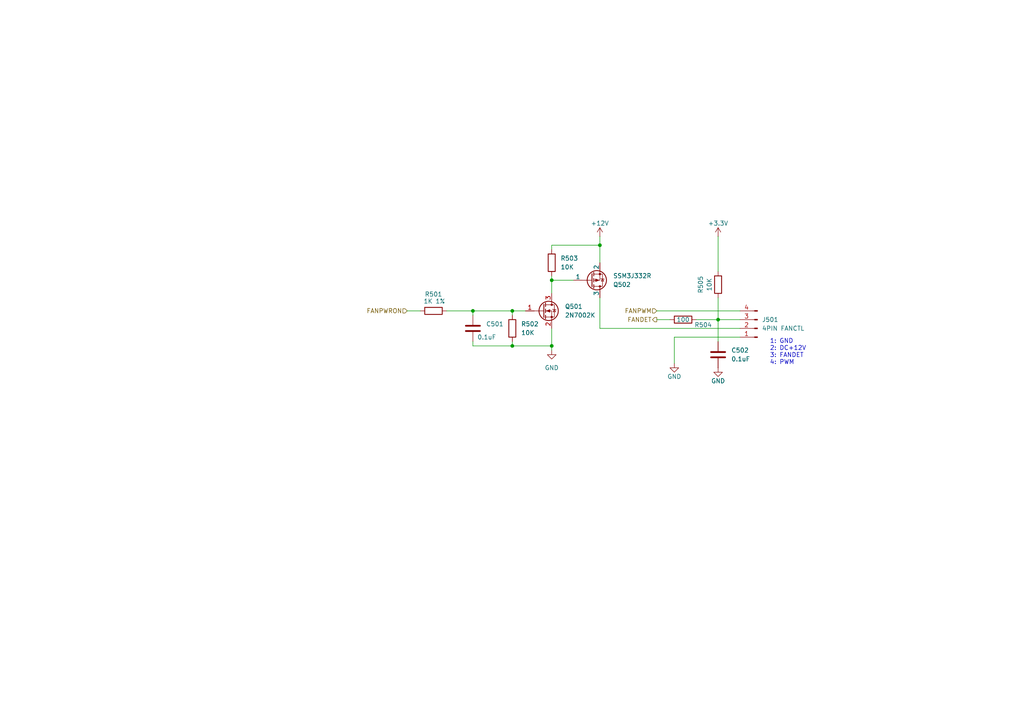
<source format=kicad_sch>
(kicad_sch
	(version 20231120)
	(generator "eeschema")
	(generator_version "8.0")
	(uuid "9444a582-0018-43f7-8eb8-61f4dc00cae3")
	(paper "A4")
	(title_block
		(title "ELECTRIC LOAD & LOGGER V2")
		(date "2024-10-11")
		(rev "Rev.0")
		(company "HNZ")
		(comment 1 "Licensed under CC-BY-SA V4.0")
		(comment 2 "(C) 2024 Hiroshi Nakajima <hnakamiru1103@gmail.com>")
	)
	(lib_symbols
		(symbol "Connector:Conn_01x04_Pin"
			(pin_names
				(offset 1.016) hide)
			(exclude_from_sim no)
			(in_bom yes)
			(on_board yes)
			(property "Reference" "J"
				(at 0 5.08 0)
				(effects
					(font
						(size 1.27 1.27)
					)
				)
			)
			(property "Value" "Conn_01x04_Pin"
				(at 0 -7.62 0)
				(effects
					(font
						(size 1.27 1.27)
					)
				)
			)
			(property "Footprint" ""
				(at 0 0 0)
				(effects
					(font
						(size 1.27 1.27)
					)
					(hide yes)
				)
			)
			(property "Datasheet" "~"
				(at 0 0 0)
				(effects
					(font
						(size 1.27 1.27)
					)
					(hide yes)
				)
			)
			(property "Description" "Generic connector, single row, 01x04, script generated"
				(at 0 0 0)
				(effects
					(font
						(size 1.27 1.27)
					)
					(hide yes)
				)
			)
			(property "ki_locked" ""
				(at 0 0 0)
				(effects
					(font
						(size 1.27 1.27)
					)
				)
			)
			(property "ki_keywords" "connector"
				(at 0 0 0)
				(effects
					(font
						(size 1.27 1.27)
					)
					(hide yes)
				)
			)
			(property "ki_fp_filters" "Connector*:*_1x??_*"
				(at 0 0 0)
				(effects
					(font
						(size 1.27 1.27)
					)
					(hide yes)
				)
			)
			(symbol "Conn_01x04_Pin_1_1"
				(polyline
					(pts
						(xy 1.27 -5.08) (xy 0.8636 -5.08)
					)
					(stroke
						(width 0.1524)
						(type default)
					)
					(fill
						(type none)
					)
				)
				(polyline
					(pts
						(xy 1.27 -2.54) (xy 0.8636 -2.54)
					)
					(stroke
						(width 0.1524)
						(type default)
					)
					(fill
						(type none)
					)
				)
				(polyline
					(pts
						(xy 1.27 0) (xy 0.8636 0)
					)
					(stroke
						(width 0.1524)
						(type default)
					)
					(fill
						(type none)
					)
				)
				(polyline
					(pts
						(xy 1.27 2.54) (xy 0.8636 2.54)
					)
					(stroke
						(width 0.1524)
						(type default)
					)
					(fill
						(type none)
					)
				)
				(rectangle
					(start 0.8636 -4.953)
					(end 0 -5.207)
					(stroke
						(width 0.1524)
						(type default)
					)
					(fill
						(type outline)
					)
				)
				(rectangle
					(start 0.8636 -2.413)
					(end 0 -2.667)
					(stroke
						(width 0.1524)
						(type default)
					)
					(fill
						(type outline)
					)
				)
				(rectangle
					(start 0.8636 0.127)
					(end 0 -0.127)
					(stroke
						(width 0.1524)
						(type default)
					)
					(fill
						(type outline)
					)
				)
				(rectangle
					(start 0.8636 2.667)
					(end 0 2.413)
					(stroke
						(width 0.1524)
						(type default)
					)
					(fill
						(type outline)
					)
				)
				(pin passive line
					(at 5.08 2.54 180)
					(length 3.81)
					(name "Pin_1"
						(effects
							(font
								(size 1.27 1.27)
							)
						)
					)
					(number "1"
						(effects
							(font
								(size 1.27 1.27)
							)
						)
					)
				)
				(pin passive line
					(at 5.08 0 180)
					(length 3.81)
					(name "Pin_2"
						(effects
							(font
								(size 1.27 1.27)
							)
						)
					)
					(number "2"
						(effects
							(font
								(size 1.27 1.27)
							)
						)
					)
				)
				(pin passive line
					(at 5.08 -2.54 180)
					(length 3.81)
					(name "Pin_3"
						(effects
							(font
								(size 1.27 1.27)
							)
						)
					)
					(number "3"
						(effects
							(font
								(size 1.27 1.27)
							)
						)
					)
				)
				(pin passive line
					(at 5.08 -5.08 180)
					(length 3.81)
					(name "Pin_4"
						(effects
							(font
								(size 1.27 1.27)
							)
						)
					)
					(number "4"
						(effects
							(font
								(size 1.27 1.27)
							)
						)
					)
				)
			)
		)
		(symbol "Device:C"
			(pin_numbers hide)
			(pin_names
				(offset 0.254)
			)
			(exclude_from_sim no)
			(in_bom yes)
			(on_board yes)
			(property "Reference" "C"
				(at 0.635 2.54 0)
				(effects
					(font
						(size 1.27 1.27)
					)
					(justify left)
				)
			)
			(property "Value" "C"
				(at 0.635 -2.54 0)
				(effects
					(font
						(size 1.27 1.27)
					)
					(justify left)
				)
			)
			(property "Footprint" ""
				(at 0.9652 -3.81 0)
				(effects
					(font
						(size 1.27 1.27)
					)
					(hide yes)
				)
			)
			(property "Datasheet" "~"
				(at 0 0 0)
				(effects
					(font
						(size 1.27 1.27)
					)
					(hide yes)
				)
			)
			(property "Description" "Unpolarized capacitor"
				(at 0 0 0)
				(effects
					(font
						(size 1.27 1.27)
					)
					(hide yes)
				)
			)
			(property "ki_keywords" "cap capacitor"
				(at 0 0 0)
				(effects
					(font
						(size 1.27 1.27)
					)
					(hide yes)
				)
			)
			(property "ki_fp_filters" "C_*"
				(at 0 0 0)
				(effects
					(font
						(size 1.27 1.27)
					)
					(hide yes)
				)
			)
			(symbol "C_0_1"
				(polyline
					(pts
						(xy -2.032 -0.762) (xy 2.032 -0.762)
					)
					(stroke
						(width 0.508)
						(type default)
					)
					(fill
						(type none)
					)
				)
				(polyline
					(pts
						(xy -2.032 0.762) (xy 2.032 0.762)
					)
					(stroke
						(width 0.508)
						(type default)
					)
					(fill
						(type none)
					)
				)
			)
			(symbol "C_1_1"
				(pin passive line
					(at 0 3.81 270)
					(length 2.794)
					(name "~"
						(effects
							(font
								(size 1.27 1.27)
							)
						)
					)
					(number "1"
						(effects
							(font
								(size 1.27 1.27)
							)
						)
					)
				)
				(pin passive line
					(at 0 -3.81 90)
					(length 2.794)
					(name "~"
						(effects
							(font
								(size 1.27 1.27)
							)
						)
					)
					(number "2"
						(effects
							(font
								(size 1.27 1.27)
							)
						)
					)
				)
			)
		)
		(symbol "Device:R"
			(pin_numbers hide)
			(pin_names
				(offset 0)
			)
			(exclude_from_sim no)
			(in_bom yes)
			(on_board yes)
			(property "Reference" "R"
				(at 2.032 0 90)
				(effects
					(font
						(size 1.27 1.27)
					)
				)
			)
			(property "Value" "R"
				(at 0 0 90)
				(effects
					(font
						(size 1.27 1.27)
					)
				)
			)
			(property "Footprint" ""
				(at -1.778 0 90)
				(effects
					(font
						(size 1.27 1.27)
					)
					(hide yes)
				)
			)
			(property "Datasheet" "~"
				(at 0 0 0)
				(effects
					(font
						(size 1.27 1.27)
					)
					(hide yes)
				)
			)
			(property "Description" "Resistor"
				(at 0 0 0)
				(effects
					(font
						(size 1.27 1.27)
					)
					(hide yes)
				)
			)
			(property "ki_keywords" "R res resistor"
				(at 0 0 0)
				(effects
					(font
						(size 1.27 1.27)
					)
					(hide yes)
				)
			)
			(property "ki_fp_filters" "R_*"
				(at 0 0 0)
				(effects
					(font
						(size 1.27 1.27)
					)
					(hide yes)
				)
			)
			(symbol "R_0_1"
				(rectangle
					(start -1.016 -2.54)
					(end 1.016 2.54)
					(stroke
						(width 0.254)
						(type default)
					)
					(fill
						(type none)
					)
				)
			)
			(symbol "R_1_1"
				(pin passive line
					(at 0 3.81 270)
					(length 1.27)
					(name "~"
						(effects
							(font
								(size 1.27 1.27)
							)
						)
					)
					(number "1"
						(effects
							(font
								(size 1.27 1.27)
							)
						)
					)
				)
				(pin passive line
					(at 0 -3.81 90)
					(length 1.27)
					(name "~"
						(effects
							(font
								(size 1.27 1.27)
							)
						)
					)
					(number "2"
						(effects
							(font
								(size 1.27 1.27)
							)
						)
					)
				)
			)
		)
		(symbol "power:+5V"
			(power)
			(pin_numbers hide)
			(pin_names
				(offset 0) hide)
			(exclude_from_sim no)
			(in_bom yes)
			(on_board yes)
			(property "Reference" "#PWR"
				(at 0 -3.81 0)
				(effects
					(font
						(size 1.27 1.27)
					)
					(hide yes)
				)
			)
			(property "Value" "+5V"
				(at 0 3.556 0)
				(effects
					(font
						(size 1.27 1.27)
					)
				)
			)
			(property "Footprint" ""
				(at 0 0 0)
				(effects
					(font
						(size 1.27 1.27)
					)
					(hide yes)
				)
			)
			(property "Datasheet" ""
				(at 0 0 0)
				(effects
					(font
						(size 1.27 1.27)
					)
					(hide yes)
				)
			)
			(property "Description" "Power symbol creates a global label with name \"+5V\""
				(at 0 0 0)
				(effects
					(font
						(size 1.27 1.27)
					)
					(hide yes)
				)
			)
			(property "ki_keywords" "global power"
				(at 0 0 0)
				(effects
					(font
						(size 1.27 1.27)
					)
					(hide yes)
				)
			)
			(symbol "+5V_0_1"
				(polyline
					(pts
						(xy -0.762 1.27) (xy 0 2.54)
					)
					(stroke
						(width 0)
						(type default)
					)
					(fill
						(type none)
					)
				)
				(polyline
					(pts
						(xy 0 0) (xy 0 2.54)
					)
					(stroke
						(width 0)
						(type default)
					)
					(fill
						(type none)
					)
				)
				(polyline
					(pts
						(xy 0 2.54) (xy 0.762 1.27)
					)
					(stroke
						(width 0)
						(type default)
					)
					(fill
						(type none)
					)
				)
			)
			(symbol "+5V_1_1"
				(pin power_in line
					(at 0 0 90)
					(length 0)
					(name "~"
						(effects
							(font
								(size 1.27 1.27)
							)
						)
					)
					(number "1"
						(effects
							(font
								(size 1.27 1.27)
							)
						)
					)
				)
			)
		)
		(symbol "power:GND"
			(power)
			(pin_numbers hide)
			(pin_names
				(offset 0) hide)
			(exclude_from_sim no)
			(in_bom yes)
			(on_board yes)
			(property "Reference" "#PWR"
				(at 0 -6.35 0)
				(effects
					(font
						(size 1.27 1.27)
					)
					(hide yes)
				)
			)
			(property "Value" "GND"
				(at 0 -3.81 0)
				(effects
					(font
						(size 1.27 1.27)
					)
				)
			)
			(property "Footprint" ""
				(at 0 0 0)
				(effects
					(font
						(size 1.27 1.27)
					)
					(hide yes)
				)
			)
			(property "Datasheet" ""
				(at 0 0 0)
				(effects
					(font
						(size 1.27 1.27)
					)
					(hide yes)
				)
			)
			(property "Description" "Power symbol creates a global label with name \"GND\" , ground"
				(at 0 0 0)
				(effects
					(font
						(size 1.27 1.27)
					)
					(hide yes)
				)
			)
			(property "ki_keywords" "global power"
				(at 0 0 0)
				(effects
					(font
						(size 1.27 1.27)
					)
					(hide yes)
				)
			)
			(symbol "GND_0_1"
				(polyline
					(pts
						(xy 0 0) (xy 0 -1.27) (xy 1.27 -1.27) (xy 0 -2.54) (xy -1.27 -1.27) (xy 0 -1.27)
					)
					(stroke
						(width 0)
						(type default)
					)
					(fill
						(type none)
					)
				)
			)
			(symbol "GND_1_1"
				(pin power_in line
					(at 0 0 270)
					(length 0)
					(name "~"
						(effects
							(font
								(size 1.27 1.27)
							)
						)
					)
					(number "1"
						(effects
							(font
								(size 1.27 1.27)
							)
						)
					)
				)
			)
		)
		(symbol "tbctl:0.1uF"
			(pin_numbers hide)
			(pin_names
				(offset 0.254)
			)
			(exclude_from_sim no)
			(in_bom yes)
			(on_board yes)
			(property "Reference" "C"
				(at 0.635 2.54 0)
				(effects
					(font
						(size 1.27 1.27)
					)
					(justify left)
				)
			)
			(property "Value" "0.1uF"
				(at 0.635 -2.54 0)
				(effects
					(font
						(size 1.27 1.27)
					)
					(justify left)
				)
			)
			(property "Footprint" "Capacitor_SMD:C_0603_1608Metric"
				(at 0.9652 -3.81 0)
				(effects
					(font
						(size 1.27 1.27)
					)
					(hide yes)
				)
			)
			(property "Datasheet" "~"
				(at 0 0 0)
				(effects
					(font
						(size 1.27 1.27)
					)
					(hide yes)
				)
			)
			(property "Description" "C_SMD_0603_1608_0.1uF"
				(at 0 0 0)
				(effects
					(font
						(size 1.27 1.27)
					)
					(hide yes)
				)
			)
			(property "ki_keywords" "cap capacitor"
				(at 0 0 0)
				(effects
					(font
						(size 1.27 1.27)
					)
					(hide yes)
				)
			)
			(property "ki_fp_filters" "C_*"
				(at 0 0 0)
				(effects
					(font
						(size 1.27 1.27)
					)
					(hide yes)
				)
			)
			(symbol "0.1uF_0_1"
				(polyline
					(pts
						(xy -2.032 -0.762) (xy 2.032 -0.762)
					)
					(stroke
						(width 0.508)
						(type default)
					)
					(fill
						(type none)
					)
				)
				(polyline
					(pts
						(xy -2.032 0.762) (xy 2.032 0.762)
					)
					(stroke
						(width 0.508)
						(type default)
					)
					(fill
						(type none)
					)
				)
			)
			(symbol "0.1uF_1_1"
				(pin passive line
					(at 0 3.81 270)
					(length 2.794)
					(name "~"
						(effects
							(font
								(size 1.27 1.27)
							)
						)
					)
					(number "1"
						(effects
							(font
								(size 1.27 1.27)
							)
						)
					)
				)
				(pin passive line
					(at 0 -3.81 90)
					(length 2.794)
					(name "~"
						(effects
							(font
								(size 1.27 1.27)
							)
						)
					)
					(number "2"
						(effects
							(font
								(size 1.27 1.27)
							)
						)
					)
				)
			)
		)
		(symbol "tbctl:10K"
			(pin_numbers hide)
			(pin_names
				(offset 0)
			)
			(exclude_from_sim no)
			(in_bom yes)
			(on_board yes)
			(property "Reference" "R"
				(at 2.032 0 90)
				(effects
					(font
						(size 1.27 1.27)
					)
				)
			)
			(property "Value" "10K"
				(at 0 0 90)
				(effects
					(font
						(size 1.27 1.27)
					)
				)
			)
			(property "Footprint" "Resistor_SMD:R_0805_2012Metric"
				(at -1.778 0 90)
				(effects
					(font
						(size 1.27 1.27)
					)
					(hide yes)
				)
			)
			(property "Datasheet" "~"
				(at 0 0 0)
				(effects
					(font
						(size 1.27 1.27)
					)
					(hide yes)
				)
			)
			(property "Description" "Resistor_SMD:R_0805_2012Metric"
				(at 0 0 0)
				(effects
					(font
						(size 1.27 1.27)
					)
					(hide yes)
				)
			)
			(property "ki_keywords" "R res resistor"
				(at 0 0 0)
				(effects
					(font
						(size 1.27 1.27)
					)
					(hide yes)
				)
			)
			(property "ki_fp_filters" "R_*"
				(at 0 0 0)
				(effects
					(font
						(size 1.27 1.27)
					)
					(hide yes)
				)
			)
			(symbol "10K_0_1"
				(rectangle
					(start -1.016 -2.54)
					(end 1.016 2.54)
					(stroke
						(width 0.254)
						(type default)
					)
					(fill
						(type none)
					)
				)
			)
			(symbol "10K_1_1"
				(pin passive line
					(at 0 3.81 270)
					(length 1.27)
					(name "~"
						(effects
							(font
								(size 1.27 1.27)
							)
						)
					)
					(number "1"
						(effects
							(font
								(size 1.27 1.27)
							)
						)
					)
				)
				(pin passive line
					(at 0 -3.81 90)
					(length 1.27)
					(name "~"
						(effects
							(font
								(size 1.27 1.27)
							)
						)
					)
					(number "2"
						(effects
							(font
								(size 1.27 1.27)
							)
						)
					)
				)
			)
		)
		(symbol "tbctl:2N7002K"
			(pin_names hide)
			(exclude_from_sim no)
			(in_bom yes)
			(on_board yes)
			(property "Reference" "Q"
				(at 5.08 1.905 0)
				(effects
					(font
						(size 1.27 1.27)
					)
					(justify left)
				)
			)
			(property "Value" "2N7002K"
				(at 5.08 0 0)
				(effects
					(font
						(size 1.27 1.27)
					)
					(justify left)
				)
			)
			(property "Footprint" "Package_TO_SOT_SMD:SOT-23"
				(at 5.08 -1.905 0)
				(effects
					(font
						(size 1.27 1.27)
						(italic yes)
					)
					(justify left)
					(hide yes)
				)
			)
			(property "Datasheet" "https://www.diodes.com/assets/Datasheets/ds30896.pdf"
				(at 0 0 0)
				(effects
					(font
						(size 1.27 1.27)
					)
					(justify left)
					(hide yes)
				)
			)
			(property "Description" "0.38A Id, 60V Vds, N-Channel MOSFET, SOT-23"
				(at 0 0 0)
				(effects
					(font
						(size 1.27 1.27)
					)
					(hide yes)
				)
			)
			(property "ki_keywords" "N-Channel MOSFET"
				(at 0 0 0)
				(effects
					(font
						(size 1.27 1.27)
					)
					(hide yes)
				)
			)
			(property "ki_fp_filters" "SOT?23*"
				(at 0 0 0)
				(effects
					(font
						(size 1.27 1.27)
					)
					(hide yes)
				)
			)
			(symbol "2N7002K_0_1"
				(polyline
					(pts
						(xy 0.254 0) (xy -2.54 0)
					)
					(stroke
						(width 0)
						(type default)
					)
					(fill
						(type none)
					)
				)
				(polyline
					(pts
						(xy 0.254 1.905) (xy 0.254 -1.905)
					)
					(stroke
						(width 0.254)
						(type default)
					)
					(fill
						(type none)
					)
				)
				(polyline
					(pts
						(xy 0.762 -1.27) (xy 0.762 -2.286)
					)
					(stroke
						(width 0.254)
						(type default)
					)
					(fill
						(type none)
					)
				)
				(polyline
					(pts
						(xy 0.762 0.508) (xy 0.762 -0.508)
					)
					(stroke
						(width 0.254)
						(type default)
					)
					(fill
						(type none)
					)
				)
				(polyline
					(pts
						(xy 0.762 2.286) (xy 0.762 1.27)
					)
					(stroke
						(width 0.254)
						(type default)
					)
					(fill
						(type none)
					)
				)
				(polyline
					(pts
						(xy 2.54 2.54) (xy 2.54 1.778)
					)
					(stroke
						(width 0)
						(type default)
					)
					(fill
						(type none)
					)
				)
				(polyline
					(pts
						(xy 2.54 -2.54) (xy 2.54 0) (xy 0.762 0)
					)
					(stroke
						(width 0)
						(type default)
					)
					(fill
						(type none)
					)
				)
				(polyline
					(pts
						(xy 0.762 -1.778) (xy 3.302 -1.778) (xy 3.302 1.778) (xy 0.762 1.778)
					)
					(stroke
						(width 0)
						(type default)
					)
					(fill
						(type none)
					)
				)
				(polyline
					(pts
						(xy 1.016 0) (xy 2.032 0.381) (xy 2.032 -0.381) (xy 1.016 0)
					)
					(stroke
						(width 0)
						(type default)
					)
					(fill
						(type outline)
					)
				)
				(polyline
					(pts
						(xy 2.794 0.508) (xy 2.921 0.381) (xy 3.683 0.381) (xy 3.81 0.254)
					)
					(stroke
						(width 0)
						(type default)
					)
					(fill
						(type none)
					)
				)
				(polyline
					(pts
						(xy 3.302 0.381) (xy 2.921 -0.254) (xy 3.683 -0.254) (xy 3.302 0.381)
					)
					(stroke
						(width 0)
						(type default)
					)
					(fill
						(type none)
					)
				)
				(circle
					(center 1.651 0)
					(radius 2.794)
					(stroke
						(width 0.254)
						(type default)
					)
					(fill
						(type none)
					)
				)
				(circle
					(center 2.54 -1.778)
					(radius 0.254)
					(stroke
						(width 0)
						(type default)
					)
					(fill
						(type outline)
					)
				)
				(circle
					(center 2.54 1.778)
					(radius 0.254)
					(stroke
						(width 0)
						(type default)
					)
					(fill
						(type outline)
					)
				)
			)
			(symbol "2N7002K_1_1"
				(pin input line
					(at -5.08 0 0)
					(length 2.54)
					(name "G"
						(effects
							(font
								(size 1.27 1.27)
							)
						)
					)
					(number "1"
						(effects
							(font
								(size 1.27 1.27)
							)
						)
					)
				)
				(pin passive line
					(at 2.54 -5.08 90)
					(length 2.54)
					(name "S"
						(effects
							(font
								(size 1.27 1.27)
							)
						)
					)
					(number "2"
						(effects
							(font
								(size 1.27 1.27)
							)
						)
					)
				)
				(pin passive line
					(at 2.54 5.08 270)
					(length 2.54)
					(name "D"
						(effects
							(font
								(size 1.27 1.27)
							)
						)
					)
					(number "3"
						(effects
							(font
								(size 1.27 1.27)
							)
						)
					)
				)
			)
		)
		(symbol "tbctl:SSM3J332R"
			(pin_numbers hide)
			(pin_names
				(offset 0)
			)
			(exclude_from_sim no)
			(in_bom yes)
			(on_board yes)
			(property "Reference" "Q"
				(at 5.08 1.27 0)
				(effects
					(font
						(size 1.27 1.27)
					)
					(justify left)
				)
			)
			(property "Value" "SSM3J332R"
				(at 5.08 -1.27 0)
				(effects
					(font
						(size 1.27 1.27)
					)
					(justify left)
				)
			)
			(property "Footprint" "Package_TO_SOT_SMD:SOT-23"
				(at 5.08 2.54 0)
				(effects
					(font
						(size 1.27 1.27)
					)
					(hide yes)
				)
			)
			(property "Datasheet" ""
				(at 0 -12.7 0)
				(effects
					(font
						(size 1.27 1.27)
					)
					(hide yes)
				)
			)
			(property "Description" "MOSFET P-CH 30V 6A SOT23F"
				(at 0 0 0)
				(effects
					(font
						(size 1.27 1.27)
					)
					(hide yes)
				)
			)
			(property "Sim.Device" "PMOS"
				(at 0 -17.145 0)
				(effects
					(font
						(size 1.27 1.27)
					)
					(hide yes)
				)
			)
			(property "Sim.Type" "VDMOS"
				(at 0 -19.05 0)
				(effects
					(font
						(size 1.27 1.27)
					)
					(hide yes)
				)
			)
			(property "Sim.Pins" "1=D 2=G 3=S"
				(at 0 -15.24 0)
				(effects
					(font
						(size 1.27 1.27)
					)
					(hide yes)
				)
			)
			(property "ki_keywords" "transistor PMOS P-MOS P-MOSFET simulation"
				(at 0 0 0)
				(effects
					(font
						(size 1.27 1.27)
					)
					(hide yes)
				)
			)
			(symbol "SSM3J332R_0_1"
				(polyline
					(pts
						(xy 0.254 0) (xy -2.54 0)
					)
					(stroke
						(width 0)
						(type default)
					)
					(fill
						(type none)
					)
				)
				(polyline
					(pts
						(xy 0.254 1.905) (xy 0.254 -1.905)
					)
					(stroke
						(width 0.254)
						(type default)
					)
					(fill
						(type none)
					)
				)
				(polyline
					(pts
						(xy 0.762 -1.27) (xy 0.762 -2.286)
					)
					(stroke
						(width 0.254)
						(type default)
					)
					(fill
						(type none)
					)
				)
				(polyline
					(pts
						(xy 0.762 0.508) (xy 0.762 -0.508)
					)
					(stroke
						(width 0.254)
						(type default)
					)
					(fill
						(type none)
					)
				)
				(polyline
					(pts
						(xy 0.762 2.286) (xy 0.762 1.27)
					)
					(stroke
						(width 0.254)
						(type default)
					)
					(fill
						(type none)
					)
				)
				(polyline
					(pts
						(xy 2.54 2.54) (xy 2.54 1.778)
					)
					(stroke
						(width 0)
						(type default)
					)
					(fill
						(type none)
					)
				)
				(polyline
					(pts
						(xy 2.54 -2.54) (xy 2.54 0) (xy 0.762 0)
					)
					(stroke
						(width 0)
						(type default)
					)
					(fill
						(type none)
					)
				)
				(polyline
					(pts
						(xy 0.762 1.778) (xy 3.302 1.778) (xy 3.302 -1.778) (xy 0.762 -1.778)
					)
					(stroke
						(width 0)
						(type default)
					)
					(fill
						(type none)
					)
				)
				(polyline
					(pts
						(xy 2.286 0) (xy 1.27 0.381) (xy 1.27 -0.381) (xy 2.286 0)
					)
					(stroke
						(width 0)
						(type default)
					)
					(fill
						(type outline)
					)
				)
				(polyline
					(pts
						(xy 2.794 -0.508) (xy 2.921 -0.381) (xy 3.683 -0.381) (xy 3.81 -0.254)
					)
					(stroke
						(width 0)
						(type default)
					)
					(fill
						(type none)
					)
				)
				(polyline
					(pts
						(xy 3.302 -0.381) (xy 2.921 0.254) (xy 3.683 0.254) (xy 3.302 -0.381)
					)
					(stroke
						(width 0)
						(type default)
					)
					(fill
						(type none)
					)
				)
				(circle
					(center 1.651 0)
					(radius 2.794)
					(stroke
						(width 0.254)
						(type default)
					)
					(fill
						(type none)
					)
				)
				(circle
					(center 2.54 -1.778)
					(radius 0.254)
					(stroke
						(width 0)
						(type default)
					)
					(fill
						(type outline)
					)
				)
				(circle
					(center 2.54 1.778)
					(radius 0.254)
					(stroke
						(width 0)
						(type default)
					)
					(fill
						(type outline)
					)
				)
			)
			(symbol "SSM3J332R_1_1"
				(pin input line
					(at -5.08 0 0)
					(length 2.54)
					(name "1"
						(effects
							(font
								(size 1.27 1.27)
							)
						)
					)
					(number "1"
						(effects
							(font
								(size 1.27 1.27)
							)
						)
					)
				)
				(pin passive line
					(at 2.54 -5.08 90)
					(length 2.54)
					(name "2"
						(effects
							(font
								(size 1.27 1.27)
							)
						)
					)
					(number "2"
						(effects
							(font
								(size 1.27 1.27)
							)
						)
					)
				)
				(pin passive line
					(at 2.54 5.08 270)
					(length 2.54)
					(name "3"
						(effects
							(font
								(size 1.27 1.27)
							)
						)
					)
					(number "3"
						(effects
							(font
								(size 1.27 1.27)
							)
						)
					)
				)
			)
		)
	)
	(junction
		(at 160.02 81.28)
		(diameter 0)
		(color 0 0 0 0)
		(uuid "12e0de25-ffb9-414a-80b0-7760b102b178")
	)
	(junction
		(at 148.59 100.33)
		(diameter 0)
		(color 0 0 0 0)
		(uuid "15e3adee-0c8f-4ba4-8e71-1c110dc6bae0")
	)
	(junction
		(at 208.28 92.71)
		(diameter 0)
		(color 0 0 0 0)
		(uuid "544c3d2c-bbb9-42d7-a9a0-e6e767303f8f")
	)
	(junction
		(at 137.16 90.17)
		(diameter 0)
		(color 0 0 0 0)
		(uuid "6f636c8d-eb71-4838-935c-09ec7148cb59")
	)
	(junction
		(at 148.59 90.17)
		(diameter 0)
		(color 0 0 0 0)
		(uuid "9271e646-3689-4dbb-bc5a-1cd7f9d49ed5")
	)
	(junction
		(at 160.02 100.33)
		(diameter 0)
		(color 0 0 0 0)
		(uuid "bb0f2a40-6bf5-48f3-a62a-a50f42013d12")
	)
	(junction
		(at 173.99 71.12)
		(diameter 0)
		(color 0 0 0 0)
		(uuid "e449d95c-0db9-468e-a6e6-7a9ce09c321e")
	)
	(wire
		(pts
			(xy 160.02 95.25) (xy 160.02 100.33)
		)
		(stroke
			(width 0)
			(type default)
		)
		(uuid "06cdbbdb-bd54-4066-bb55-dead05f3ba01")
	)
	(wire
		(pts
			(xy 214.63 97.79) (xy 195.58 97.79)
		)
		(stroke
			(width 0)
			(type default)
		)
		(uuid "0b5d2ac6-b3fa-463c-8f34-deb3799df48a")
	)
	(wire
		(pts
			(xy 173.99 95.25) (xy 173.99 86.36)
		)
		(stroke
			(width 0)
			(type default)
		)
		(uuid "11dc80be-3ab1-45c7-8a9f-b0b11129bf64")
	)
	(wire
		(pts
			(xy 137.16 99.06) (xy 137.16 100.33)
		)
		(stroke
			(width 0)
			(type default)
		)
		(uuid "1738f1d6-b239-4a40-85f9-685e081e5c08")
	)
	(wire
		(pts
			(xy 201.93 92.71) (xy 208.28 92.71)
		)
		(stroke
			(width 0)
			(type default)
		)
		(uuid "1c51341c-6c83-4d9b-86c7-95ffa18493cf")
	)
	(wire
		(pts
			(xy 173.99 71.12) (xy 173.99 76.2)
		)
		(stroke
			(width 0)
			(type default)
		)
		(uuid "229e71e6-3622-4e63-813d-f6f70b494554")
	)
	(wire
		(pts
			(xy 208.28 92.71) (xy 208.28 99.06)
		)
		(stroke
			(width 0)
			(type default)
		)
		(uuid "24660f26-889e-45fb-a742-8b524077ea66")
	)
	(wire
		(pts
			(xy 195.58 97.79) (xy 195.58 105.41)
		)
		(stroke
			(width 0)
			(type default)
		)
		(uuid "2e88b948-e864-42f2-b7fa-8a049b1e47a6")
	)
	(wire
		(pts
			(xy 190.5 90.17) (xy 214.63 90.17)
		)
		(stroke
			(width 0)
			(type default)
		)
		(uuid "3214e595-cd4f-4a46-a37e-d56a54f4c75e")
	)
	(wire
		(pts
			(xy 137.16 90.17) (xy 148.59 90.17)
		)
		(stroke
			(width 0)
			(type default)
		)
		(uuid "5802246e-3770-4e6d-b0bb-883fa777e208")
	)
	(wire
		(pts
			(xy 160.02 72.39) (xy 160.02 71.12)
		)
		(stroke
			(width 0)
			(type default)
		)
		(uuid "64f4af25-4979-41b1-931f-f53adfedeab0")
	)
	(wire
		(pts
			(xy 148.59 91.44) (xy 148.59 90.17)
		)
		(stroke
			(width 0)
			(type default)
		)
		(uuid "6e7267ce-f9e2-4619-a52d-3b28fb640aa8")
	)
	(wire
		(pts
			(xy 160.02 71.12) (xy 173.99 71.12)
		)
		(stroke
			(width 0)
			(type default)
		)
		(uuid "80e8a956-446c-4a20-960c-dff8f6097aa4")
	)
	(wire
		(pts
			(xy 208.28 68.58) (xy 208.28 78.74)
		)
		(stroke
			(width 0)
			(type default)
		)
		(uuid "82178907-9dd3-49b0-bae2-3b1296b7bc58")
	)
	(wire
		(pts
			(xy 129.54 90.17) (xy 137.16 90.17)
		)
		(stroke
			(width 0)
			(type default)
		)
		(uuid "82ff0d7b-7fb6-460d-9ee1-5ed4b501fd33")
	)
	(wire
		(pts
			(xy 190.5 92.71) (xy 194.31 92.71)
		)
		(stroke
			(width 0)
			(type default)
		)
		(uuid "9557139a-eee7-4807-9f65-bf103942ccc1")
	)
	(wire
		(pts
			(xy 160.02 81.28) (xy 160.02 85.09)
		)
		(stroke
			(width 0)
			(type default)
		)
		(uuid "a21cdf68-fbb1-48db-b0fa-26616c2818d0")
	)
	(wire
		(pts
			(xy 208.28 92.71) (xy 214.63 92.71)
		)
		(stroke
			(width 0)
			(type default)
		)
		(uuid "aa93100e-59eb-42d6-bab0-4231bc5d6d48")
	)
	(wire
		(pts
			(xy 160.02 80.01) (xy 160.02 81.28)
		)
		(stroke
			(width 0)
			(type default)
		)
		(uuid "b7dc7827-fc28-4659-a6a7-ee1aa8d8da40")
	)
	(wire
		(pts
			(xy 148.59 99.06) (xy 148.59 100.33)
		)
		(stroke
			(width 0)
			(type default)
		)
		(uuid "ba388e31-f2f3-4c2a-acc0-d911fa05046e")
	)
	(wire
		(pts
			(xy 173.99 95.25) (xy 214.63 95.25)
		)
		(stroke
			(width 0)
			(type default)
		)
		(uuid "c6eff1f7-2a81-46c4-ab6d-e9d30611a569")
	)
	(wire
		(pts
			(xy 137.16 100.33) (xy 148.59 100.33)
		)
		(stroke
			(width 0)
			(type default)
		)
		(uuid "c9fb8cb2-92e3-4826-8045-96a9648b58d9")
	)
	(wire
		(pts
			(xy 137.16 91.44) (xy 137.16 90.17)
		)
		(stroke
			(width 0)
			(type default)
		)
		(uuid "cb5821e9-bec4-43f4-bff1-2a4a76f5fe9b")
	)
	(wire
		(pts
			(xy 148.59 90.17) (xy 152.4 90.17)
		)
		(stroke
			(width 0)
			(type default)
		)
		(uuid "cf4a8780-b76f-41b0-91fd-ce2d6f6be3a0")
	)
	(wire
		(pts
			(xy 160.02 100.33) (xy 160.02 101.6)
		)
		(stroke
			(width 0)
			(type default)
		)
		(uuid "d69b11c5-7452-4711-b0b3-523857f16db8")
	)
	(wire
		(pts
			(xy 173.99 68.58) (xy 173.99 71.12)
		)
		(stroke
			(width 0)
			(type default)
		)
		(uuid "d842d5c3-8b62-4146-ae36-a05d880a72ab")
	)
	(wire
		(pts
			(xy 118.11 90.17) (xy 121.92 90.17)
		)
		(stroke
			(width 0)
			(type default)
		)
		(uuid "da3b98ac-d9a0-4de1-b9c5-c90a2eae79c0")
	)
	(wire
		(pts
			(xy 166.37 81.28) (xy 160.02 81.28)
		)
		(stroke
			(width 0)
			(type default)
		)
		(uuid "e1612113-f99d-4b53-baed-59ad8f0aff87")
	)
	(wire
		(pts
			(xy 208.28 86.36) (xy 208.28 92.71)
		)
		(stroke
			(width 0)
			(type default)
		)
		(uuid "f0baaedf-aa87-4bc6-96a9-eb199fdc3a6c")
	)
	(wire
		(pts
			(xy 148.59 100.33) (xy 160.02 100.33)
		)
		(stroke
			(width 0)
			(type default)
		)
		(uuid "f0e9eb88-6f7f-4f98-a4ae-785d5ada1df5")
	)
	(text "1: GND\n2: DC+12V\n3: FANDET\n4: PWM"
		(exclude_from_sim no)
		(at 223.266 102.108 0)
		(effects
			(font
				(size 1.27 1.27)
			)
			(justify left)
		)
		(uuid "86a58bd0-9a43-41d8-8893-5250ee5337c4")
	)
	(hierarchical_label "FANPWM"
		(shape input)
		(at 190.5 90.17 180)
		(fields_autoplaced yes)
		(effects
			(font
				(size 1.27 1.27)
			)
			(justify right)
		)
		(uuid "232f2d23-6f54-4c8d-8349-8b53b1c2a9c9")
	)
	(hierarchical_label "FANDET"
		(shape output)
		(at 190.5 92.71 180)
		(fields_autoplaced yes)
		(effects
			(font
				(size 1.27 1.27)
			)
			(justify right)
		)
		(uuid "ba5cb6f3-c8e9-424f-8fb8-74ace224a08e")
	)
	(hierarchical_label "FANPWRON"
		(shape input)
		(at 118.11 90.17 180)
		(fields_autoplaced yes)
		(effects
			(font
				(size 1.27 1.27)
			)
			(justify right)
		)
		(uuid "f375a652-efe7-4e4e-a030-c14085ab4d9f")
	)
	(symbol
		(lib_id "tbctl:0.1uF")
		(at 208.28 102.87 0)
		(unit 1)
		(exclude_from_sim no)
		(in_bom yes)
		(on_board yes)
		(dnp no)
		(uuid "0f712d61-cc14-408b-846b-eb0f103c350c")
		(property "Reference" "C502"
			(at 212.09 101.6 0)
			(effects
				(font
					(size 1.27 1.27)
				)
				(justify left)
			)
		)
		(property "Value" "0.1uF"
			(at 212.09 104.14 0)
			(effects
				(font
					(size 1.27 1.27)
				)
				(justify left)
			)
		)
		(property "Footprint" "Capacitor_SMD:C_0603_1608Metric"
			(at 209.2452 106.68 0)
			(effects
				(font
					(size 1.27 1.27)
				)
				(hide yes)
			)
		)
		(property "Datasheet" "~"
			(at 208.28 102.87 0)
			(effects
				(font
					(size 1.27 1.27)
				)
				(hide yes)
			)
		)
		(property "Description" "C_SMD_0603_1608_0.1uF"
			(at 208.28 102.87 0)
			(effects
				(font
					(size 1.27 1.27)
				)
				(hide yes)
			)
		)
		(property "digikey" "311-1343-1-ND"
			(at 208.28 102.87 0)
			(effects
				(font
					(size 1.27 1.27)
				)
				(hide yes)
			)
		)
		(property "distributor" "https://www.digikey.com/en/products/detail/yageo/CC0603ZRY5V9BB104/2103081"
			(at 208.28 102.87 0)
			(effects
				(font
					(size 1.27 1.27)
				)
				(hide yes)
			)
		)
		(pin "1"
			(uuid "0d878c66-2130-4e08-be5f-cdf27c0a96d0")
		)
		(pin "2"
			(uuid "c532fae7-2d6a-4c6a-a403-8e48eafbbfd1")
		)
		(instances
			(project "mosfetload"
				(path "/3e67e70f-fb04-4fc1-b37e-35862e4f3ed1/0c5bed0c-00c0-4003-a023-241235537288"
					(reference "C502")
					(unit 1)
				)
			)
		)
	)
	(symbol
		(lib_id "power:GND")
		(at 208.28 106.68 0)
		(unit 1)
		(exclude_from_sim no)
		(in_bom yes)
		(on_board yes)
		(dnp no)
		(uuid "14313d02-4f94-4286-8605-39f298838007")
		(property "Reference" "#PWR0505"
			(at 208.28 113.03 0)
			(effects
				(font
					(size 1.27 1.27)
				)
				(hide yes)
			)
		)
		(property "Value" "GND"
			(at 208.28 110.49 0)
			(effects
				(font
					(size 1.27 1.27)
				)
			)
		)
		(property "Footprint" ""
			(at 208.28 106.68 0)
			(effects
				(font
					(size 1.27 1.27)
				)
				(hide yes)
			)
		)
		(property "Datasheet" ""
			(at 208.28 106.68 0)
			(effects
				(font
					(size 1.27 1.27)
				)
				(hide yes)
			)
		)
		(property "Description" "Power symbol creates a global label with name \"GND\" , ground"
			(at 208.28 106.68 0)
			(effects
				(font
					(size 1.27 1.27)
				)
				(hide yes)
			)
		)
		(pin "1"
			(uuid "d6207e52-1df9-434f-929b-53a8161e8616")
		)
		(instances
			(project "mosfetload"
				(path "/3e67e70f-fb04-4fc1-b37e-35862e4f3ed1/0c5bed0c-00c0-4003-a023-241235537288"
					(reference "#PWR0505")
					(unit 1)
				)
			)
		)
	)
	(symbol
		(lib_id "tbctl:SSM3J332R")
		(at 171.45 81.28 0)
		(mirror x)
		(unit 1)
		(exclude_from_sim no)
		(in_bom yes)
		(on_board yes)
		(dnp no)
		(uuid "14d825f2-75e5-4f6e-b383-ee1e3aa6916f")
		(property "Reference" "Q502"
			(at 177.8 82.5501 0)
			(effects
				(font
					(size 1.27 1.27)
				)
				(justify left)
			)
		)
		(property "Value" "SSM3J332R"
			(at 177.8 80.0101 0)
			(effects
				(font
					(size 1.27 1.27)
				)
				(justify left)
			)
		)
		(property "Footprint" "Package_TO_SOT_SMD:SOT-23"
			(at 176.53 83.82 0)
			(effects
				(font
					(size 1.27 1.27)
				)
				(hide yes)
			)
		)
		(property "Datasheet" ""
			(at 171.45 68.58 0)
			(effects
				(font
					(size 1.27 1.27)
				)
				(hide yes)
			)
		)
		(property "Description" "MOSFET P-CH 30V 6A SOT23F"
			(at 171.45 81.28 0)
			(effects
				(font
					(size 1.27 1.27)
				)
				(hide yes)
			)
		)
		(property "Sim.Device" "PMOS"
			(at 171.45 64.135 0)
			(effects
				(font
					(size 1.27 1.27)
				)
				(hide yes)
			)
		)
		(property "Sim.Type" "VDMOS"
			(at 171.45 62.23 0)
			(effects
				(font
					(size 1.27 1.27)
				)
				(hide yes)
			)
		)
		(property "Sim.Pins" "1=D 2=G 3=S"
			(at 171.45 66.04 0)
			(effects
				(font
					(size 1.27 1.27)
				)
				(hide yes)
			)
		)
		(property "digikey" "4518-SSM3J332RCT-ND"
			(at 171.45 81.28 0)
			(effects
				(font
					(size 1.27 1.27)
				)
				(hide yes)
			)
		)
		(property "distributor" "https://www.digikey.jp/en/products/detail/umw/SSM3J332R/24889390"
			(at 171.45 81.28 0)
			(effects
				(font
					(size 1.27 1.27)
				)
				(hide yes)
			)
		)
		(pin "2"
			(uuid "1fcf4ec6-5fe4-47f7-b60c-b4dcf6bb9296")
		)
		(pin "1"
			(uuid "7fbd8cf1-309f-408e-b5a7-cba17d0fa93c")
		)
		(pin "3"
			(uuid "b8f00284-87a6-4555-9e43-932e11105fe3")
		)
		(instances
			(project ""
				(path "/3e67e70f-fb04-4fc1-b37e-35862e4f3ed1/0c5bed0c-00c0-4003-a023-241235537288"
					(reference "Q502")
					(unit 1)
				)
			)
		)
	)
	(symbol
		(lib_id "power:+5V")
		(at 208.28 68.58 0)
		(unit 1)
		(exclude_from_sim no)
		(in_bom yes)
		(on_board yes)
		(dnp no)
		(uuid "18a33977-d46e-466a-9d8a-9a0d27437bc3")
		(property "Reference" "#PWR0504"
			(at 208.28 72.39 0)
			(effects
				(font
					(size 1.27 1.27)
				)
				(hide yes)
			)
		)
		(property "Value" "+3.3V"
			(at 208.28 64.77 0)
			(effects
				(font
					(size 1.27 1.27)
				)
			)
		)
		(property "Footprint" ""
			(at 208.28 68.58 0)
			(effects
				(font
					(size 1.27 1.27)
				)
				(hide yes)
			)
		)
		(property "Datasheet" ""
			(at 208.28 68.58 0)
			(effects
				(font
					(size 1.27 1.27)
				)
				(hide yes)
			)
		)
		(property "Description" "Power symbol creates a global label with name \"+5V\""
			(at 208.28 68.58 0)
			(effects
				(font
					(size 1.27 1.27)
				)
				(hide yes)
			)
		)
		(pin "1"
			(uuid "0f34ab27-e176-48aa-80df-9612f89c38ff")
		)
		(instances
			(project "mosfetload"
				(path "/3e67e70f-fb04-4fc1-b37e-35862e4f3ed1/0c5bed0c-00c0-4003-a023-241235537288"
					(reference "#PWR0504")
					(unit 1)
				)
			)
		)
	)
	(symbol
		(lib_id "Device:R")
		(at 125.73 90.17 90)
		(unit 1)
		(exclude_from_sim no)
		(in_bom yes)
		(on_board yes)
		(dnp no)
		(uuid "2d675482-d08e-4055-a837-ae36eca48744")
		(property "Reference" "R501"
			(at 125.73 85.344 90)
			(effects
				(font
					(size 1.27 1.27)
				)
			)
		)
		(property "Value" "1K 1%"
			(at 125.984 87.376 90)
			(effects
				(font
					(size 1.27 1.27)
				)
			)
		)
		(property "Footprint" "Resistor_SMD:R_0603_1608Metric"
			(at 125.73 91.948 90)
			(effects
				(font
					(size 1.27 1.27)
				)
				(hide yes)
			)
		)
		(property "Datasheet" "~"
			(at 125.73 90.17 0)
			(effects
				(font
					(size 1.27 1.27)
				)
				(hide yes)
			)
		)
		(property "Description" ""
			(at 125.73 90.17 0)
			(effects
				(font
					(size 1.27 1.27)
				)
				(hide yes)
			)
		)
		(property "digikey" "311-1.00KHRCT-ND"
			(at 125.73 90.17 0)
			(effects
				(font
					(size 1.27 1.27)
				)
				(hide yes)
			)
		)
		(property "distributor" "https://www.digikey.jp/en/products/detail/yageo/RC0603FR-071KL/726843"
			(at 125.73 90.17 0)
			(effects
				(font
					(size 1.27 1.27)
				)
				(hide yes)
			)
		)
		(pin "1"
			(uuid "abbaef93-30e5-4afa-aeb7-d80107570e62")
		)
		(pin "2"
			(uuid "8978a2e9-8a07-477e-b0bd-aae204f41637")
		)
		(instances
			(project "mosfetload"
				(path "/3e67e70f-fb04-4fc1-b37e-35862e4f3ed1/0c5bed0c-00c0-4003-a023-241235537288"
					(reference "R501")
					(unit 1)
				)
			)
		)
	)
	(symbol
		(lib_id "Device:C")
		(at 137.16 95.25 0)
		(unit 1)
		(exclude_from_sim no)
		(in_bom yes)
		(on_board yes)
		(dnp no)
		(uuid "42295f42-ba74-4772-8e3b-65680879333a")
		(property "Reference" "C501"
			(at 140.97 93.98 0)
			(effects
				(font
					(size 1.27 1.27)
				)
				(justify left)
			)
		)
		(property "Value" "0.1uF"
			(at 138.43 97.79 0)
			(effects
				(font
					(size 1.27 1.27)
				)
				(justify left)
			)
		)
		(property "Footprint" "Capacitor_SMD:C_0603_1608Metric"
			(at 138.1252 99.06 0)
			(effects
				(font
					(size 1.27 1.27)
				)
				(hide yes)
			)
		)
		(property "Datasheet" "~"
			(at 137.16 95.25 0)
			(effects
				(font
					(size 1.27 1.27)
				)
				(hide yes)
			)
		)
		(property "Description" ""
			(at 137.16 95.25 0)
			(effects
				(font
					(size 1.27 1.27)
				)
				(hide yes)
			)
		)
		(property "digikey" "311-1343-1-ND"
			(at 137.16 95.25 0)
			(effects
				(font
					(size 1.27 1.27)
				)
				(hide yes)
			)
		)
		(property "distributor" "https://www.digikey.com/en/products/detail/yageo/CC0603ZRY5V9BB104/2103081"
			(at 137.16 95.25 0)
			(effects
				(font
					(size 1.27 1.27)
				)
				(hide yes)
			)
		)
		(pin "1"
			(uuid "fef934bc-6361-46e8-a2fe-381e70997c50")
		)
		(pin "2"
			(uuid "6a152fed-fc4b-4d74-aaee-e11d453d9c4e")
		)
		(instances
			(project "mosfetload"
				(path "/3e67e70f-fb04-4fc1-b37e-35862e4f3ed1/0c5bed0c-00c0-4003-a023-241235537288"
					(reference "C501")
					(unit 1)
				)
			)
		)
	)
	(symbol
		(lib_id "Device:R")
		(at 160.02 76.2 0)
		(unit 1)
		(exclude_from_sim no)
		(in_bom yes)
		(on_board yes)
		(dnp no)
		(fields_autoplaced yes)
		(uuid "900f6c41-8c1a-49b8-ba62-b1154e4e92e0")
		(property "Reference" "R503"
			(at 162.56 74.9299 0)
			(effects
				(font
					(size 1.27 1.27)
				)
				(justify left)
			)
		)
		(property "Value" "10K"
			(at 162.56 77.4699 0)
			(effects
				(font
					(size 1.27 1.27)
				)
				(justify left)
			)
		)
		(property "Footprint" "Resistor_SMD:R_0603_1608Metric"
			(at 158.242 76.2 90)
			(effects
				(font
					(size 1.27 1.27)
				)
				(hide yes)
			)
		)
		(property "Datasheet" "~"
			(at 160.02 76.2 0)
			(effects
				(font
					(size 1.27 1.27)
				)
				(hide yes)
			)
		)
		(property "Description" ""
			(at 160.02 76.2 0)
			(effects
				(font
					(size 1.27 1.27)
				)
				(hide yes)
			)
		)
		(property "digikey" "13-RC0603JR-1010KLCT-ND"
			(at 160.02 76.2 0)
			(effects
				(font
					(size 1.27 1.27)
				)
				(hide yes)
			)
		)
		(property "distributor" "https://www.digikey.com/en/products/detail/yageo/RC0603JR-1010KL/13694233"
			(at 160.02 76.2 0)
			(effects
				(font
					(size 1.27 1.27)
				)
				(hide yes)
			)
		)
		(pin "1"
			(uuid "caaa2152-cc8f-4899-bcff-8aed381cf25d")
		)
		(pin "2"
			(uuid "6bd1baef-18b6-4c94-a12b-098e11b522e9")
		)
		(instances
			(project "mosfetload"
				(path "/3e67e70f-fb04-4fc1-b37e-35862e4f3ed1/0c5bed0c-00c0-4003-a023-241235537288"
					(reference "R503")
					(unit 1)
				)
			)
		)
	)
	(symbol
		(lib_id "tbctl:10K")
		(at 198.12 92.71 270)
		(unit 1)
		(exclude_from_sim no)
		(in_bom yes)
		(on_board yes)
		(dnp no)
		(uuid "9681f6ea-2c91-4d5b-8169-5419b3c36072")
		(property "Reference" "R504"
			(at 203.962 94.234 90)
			(effects
				(font
					(size 1.27 1.27)
				)
			)
		)
		(property "Value" "100"
			(at 198.12 92.71 90)
			(effects
				(font
					(size 1.27 1.27)
				)
			)
		)
		(property "Footprint" "Resistor_SMD:R_0603_1608Metric"
			(at 198.12 90.932 90)
			(effects
				(font
					(size 1.27 1.27)
				)
				(hide yes)
			)
		)
		(property "Datasheet" "~"
			(at 198.12 92.71 0)
			(effects
				(font
					(size 1.27 1.27)
				)
				(hide yes)
			)
		)
		(property "Description" ""
			(at 198.12 92.71 0)
			(effects
				(font
					(size 1.27 1.27)
				)
				(hide yes)
			)
		)
		(property "digikey" "311-100GRCT-ND"
			(at 198.12 92.71 0)
			(effects
				(font
					(size 1.27 1.27)
				)
				(hide yes)
			)
		)
		(property "distributor" "https://www.digikey.jp/en/products/detail/yageo/RC0603JR-07100RL/726697"
			(at 198.12 92.71 0)
			(effects
				(font
					(size 1.27 1.27)
				)
				(hide yes)
			)
		)
		(pin "1"
			(uuid "2531f306-7e80-4981-9b61-93f87f905a57")
		)
		(pin "2"
			(uuid "f9c34825-7d5b-457e-8e98-1363cf6b1072")
		)
		(instances
			(project "mosfetload"
				(path "/3e67e70f-fb04-4fc1-b37e-35862e4f3ed1/0c5bed0c-00c0-4003-a023-241235537288"
					(reference "R504")
					(unit 1)
				)
			)
		)
	)
	(symbol
		(lib_id "Connector:Conn_01x04_Pin")
		(at 219.71 95.25 180)
		(unit 1)
		(exclude_from_sim no)
		(in_bom yes)
		(on_board yes)
		(dnp no)
		(fields_autoplaced yes)
		(uuid "a89a03cf-5624-4ba5-bea6-178eaea6aa42")
		(property "Reference" "J501"
			(at 220.98 92.7099 0)
			(effects
				(font
					(size 1.27 1.27)
				)
				(justify right)
			)
		)
		(property "Value" "4PIN FANCTL"
			(at 220.98 95.2499 0)
			(effects
				(font
					(size 1.27 1.27)
				)
				(justify right)
			)
		)
		(property "Footprint" "Connector:FanPinHeader_1x04_P2.54mm_Vertical"
			(at 219.71 95.25 0)
			(effects
				(font
					(size 1.27 1.27)
				)
				(hide yes)
			)
		)
		(property "Datasheet" "~"
			(at 219.71 95.25 0)
			(effects
				(font
					(size 1.27 1.27)
				)
				(hide yes)
			)
		)
		(property "Description" "Generic connector, single row, 01x04, script generated"
			(at 219.71 95.25 0)
			(effects
				(font
					(size 1.27 1.27)
				)
				(hide yes)
			)
		)
		(pin "4"
			(uuid "d2f26335-8642-4a82-997f-c91de56f9267")
		)
		(pin "2"
			(uuid "a1f11fe2-5dc4-4415-9850-02f062c25f51")
		)
		(pin "3"
			(uuid "f475a444-bd16-480d-9952-049cea8f6d66")
		)
		(pin "1"
			(uuid "95ed62f6-01a4-4d07-bcfd-3c77e6aab061")
		)
		(instances
			(project ""
				(path "/3e67e70f-fb04-4fc1-b37e-35862e4f3ed1/0c5bed0c-00c0-4003-a023-241235537288"
					(reference "J501")
					(unit 1)
				)
			)
		)
	)
	(symbol
		(lib_id "power:GND")
		(at 195.58 105.41 0)
		(unit 1)
		(exclude_from_sim no)
		(in_bom yes)
		(on_board yes)
		(dnp no)
		(uuid "b69559ff-79f7-460f-b002-f2ec3f7d2c75")
		(property "Reference" "#PWR0503"
			(at 195.58 111.76 0)
			(effects
				(font
					(size 1.27 1.27)
				)
				(hide yes)
			)
		)
		(property "Value" "GND"
			(at 195.58 109.22 0)
			(effects
				(font
					(size 1.27 1.27)
				)
			)
		)
		(property "Footprint" ""
			(at 195.58 105.41 0)
			(effects
				(font
					(size 1.27 1.27)
				)
				(hide yes)
			)
		)
		(property "Datasheet" ""
			(at 195.58 105.41 0)
			(effects
				(font
					(size 1.27 1.27)
				)
				(hide yes)
			)
		)
		(property "Description" "Power symbol creates a global label with name \"GND\" , ground"
			(at 195.58 105.41 0)
			(effects
				(font
					(size 1.27 1.27)
				)
				(hide yes)
			)
		)
		(pin "1"
			(uuid "ea84c865-7c60-44df-b5e0-a97e4e0d7c3d")
		)
		(instances
			(project "mosfetload"
				(path "/3e67e70f-fb04-4fc1-b37e-35862e4f3ed1/0c5bed0c-00c0-4003-a023-241235537288"
					(reference "#PWR0503")
					(unit 1)
				)
			)
		)
	)
	(symbol
		(lib_id "tbctl:10K")
		(at 208.28 82.55 180)
		(unit 1)
		(exclude_from_sim no)
		(in_bom yes)
		(on_board yes)
		(dnp no)
		(uuid "ba3913e0-74b8-4a7a-872e-994b1cac1e85")
		(property "Reference" "R505"
			(at 203.2 82.55 90)
			(effects
				(font
					(size 1.27 1.27)
				)
			)
		)
		(property "Value" "10K"
			(at 205.74 82.55 90)
			(effects
				(font
					(size 1.27 1.27)
				)
			)
		)
		(property "Footprint" "Resistor_SMD:R_0603_1608Metric"
			(at 210.058 82.55 90)
			(effects
				(font
					(size 1.27 1.27)
				)
				(hide yes)
			)
		)
		(property "Datasheet" "~"
			(at 208.28 82.55 0)
			(effects
				(font
					(size 1.27 1.27)
				)
				(hide yes)
			)
		)
		(property "Description" ""
			(at 208.28 82.55 0)
			(effects
				(font
					(size 1.27 1.27)
				)
				(hide yes)
			)
		)
		(property "digikey" "13-RC0603JR-1010KLCT-ND"
			(at 208.28 82.55 0)
			(effects
				(font
					(size 1.27 1.27)
				)
				(hide yes)
			)
		)
		(property "distributor" "https://www.digikey.com/en/products/detail/yageo/RC0603JR-1010KL/13694233"
			(at 208.28 82.55 0)
			(effects
				(font
					(size 1.27 1.27)
				)
				(hide yes)
			)
		)
		(pin "1"
			(uuid "bc4195ac-f673-4acf-8006-637d7bdcc7ea")
		)
		(pin "2"
			(uuid "9c0c393b-d095-4381-8ff7-28b08b1bf8eb")
		)
		(instances
			(project "mosfetload"
				(path "/3e67e70f-fb04-4fc1-b37e-35862e4f3ed1/0c5bed0c-00c0-4003-a023-241235537288"
					(reference "R505")
					(unit 1)
				)
			)
		)
	)
	(symbol
		(lib_id "tbctl:2N7002K")
		(at 157.48 90.17 0)
		(unit 1)
		(exclude_from_sim no)
		(in_bom yes)
		(on_board yes)
		(dnp no)
		(fields_autoplaced yes)
		(uuid "c56ced6f-a78b-42df-9004-85516347ec32")
		(property "Reference" "Q501"
			(at 163.83 88.8999 0)
			(effects
				(font
					(size 1.27 1.27)
				)
				(justify left)
			)
		)
		(property "Value" "2N7002K"
			(at 163.83 91.4399 0)
			(effects
				(font
					(size 1.27 1.27)
				)
				(justify left)
			)
		)
		(property "Footprint" "Package_TO_SOT_SMD:SOT-23"
			(at 162.56 92.075 0)
			(effects
				(font
					(size 1.27 1.27)
					(italic yes)
				)
				(justify left)
				(hide yes)
			)
		)
		(property "Datasheet" "https://www.diodes.com/assets/Datasheets/ds30896.pdf"
			(at 157.48 90.17 0)
			(effects
				(font
					(size 1.27 1.27)
				)
				(justify left)
				(hide yes)
			)
		)
		(property "Description" ""
			(at 157.48 90.17 0)
			(effects
				(font
					(size 1.27 1.27)
				)
				(hide yes)
			)
		)
		(property "digikey" "2N7002KCT-ND"
			(at 157.48 90.17 0)
			(effects
				(font
					(size 1.27 1.27)
				)
				(hide yes)
			)
		)
		(property "distributor" "https://www.digikey.jp/en/products/detail/onsemi/2N7002K/2060348"
			(at 157.48 90.17 0)
			(effects
				(font
					(size 1.27 1.27)
				)
				(hide yes)
			)
		)
		(pin "1"
			(uuid "0b098b99-9278-4ae3-9f05-f5a814ce635a")
		)
		(pin "2"
			(uuid "b15d4dca-462d-4c49-8a5b-c1146f5a1547")
		)
		(pin "3"
			(uuid "9ef7a1c9-09c8-4dd6-8dfb-b0813c702aa9")
		)
		(instances
			(project "mosfetload"
				(path "/3e67e70f-fb04-4fc1-b37e-35862e4f3ed1/0c5bed0c-00c0-4003-a023-241235537288"
					(reference "Q501")
					(unit 1)
				)
			)
		)
	)
	(symbol
		(lib_id "Device:R")
		(at 148.59 95.25 0)
		(unit 1)
		(exclude_from_sim no)
		(in_bom yes)
		(on_board yes)
		(dnp no)
		(fields_autoplaced yes)
		(uuid "dea5caf8-9f0f-4cdc-8fa8-fcd124055419")
		(property "Reference" "R502"
			(at 151.13 93.9799 0)
			(effects
				(font
					(size 1.27 1.27)
				)
				(justify left)
			)
		)
		(property "Value" "10K"
			(at 151.13 96.5199 0)
			(effects
				(font
					(size 1.27 1.27)
				)
				(justify left)
			)
		)
		(property "Footprint" "Resistor_SMD:R_0603_1608Metric"
			(at 146.812 95.25 90)
			(effects
				(font
					(size 1.27 1.27)
				)
				(hide yes)
			)
		)
		(property "Datasheet" "~"
			(at 148.59 95.25 0)
			(effects
				(font
					(size 1.27 1.27)
				)
				(hide yes)
			)
		)
		(property "Description" ""
			(at 148.59 95.25 0)
			(effects
				(font
					(size 1.27 1.27)
				)
				(hide yes)
			)
		)
		(property "digikey" "13-RC0603JR-1010KLCT-ND"
			(at 148.59 95.25 0)
			(effects
				(font
					(size 1.27 1.27)
				)
				(hide yes)
			)
		)
		(property "distributor" "https://www.digikey.com/en/products/detail/yageo/RC0603JR-1010KL/13694233"
			(at 148.59 95.25 0)
			(effects
				(font
					(size 1.27 1.27)
				)
				(hide yes)
			)
		)
		(pin "1"
			(uuid "77f0a3bc-c7af-4317-84f5-9cf740f2937c")
		)
		(pin "2"
			(uuid "b1e5f2d7-2b0b-4a59-8d2b-87d603002f49")
		)
		(instances
			(project "mosfetload"
				(path "/3e67e70f-fb04-4fc1-b37e-35862e4f3ed1/0c5bed0c-00c0-4003-a023-241235537288"
					(reference "R502")
					(unit 1)
				)
			)
		)
	)
	(symbol
		(lib_id "power:GND")
		(at 160.02 101.6 0)
		(unit 1)
		(exclude_from_sim no)
		(in_bom yes)
		(on_board yes)
		(dnp no)
		(fields_autoplaced yes)
		(uuid "e480a255-75b1-47eb-be5c-5a6be4754834")
		(property "Reference" "#PWR0501"
			(at 160.02 107.95 0)
			(effects
				(font
					(size 1.27 1.27)
				)
				(hide yes)
			)
		)
		(property "Value" "GND"
			(at 160.02 106.68 0)
			(effects
				(font
					(size 1.27 1.27)
				)
			)
		)
		(property "Footprint" ""
			(at 160.02 101.6 0)
			(effects
				(font
					(size 1.27 1.27)
				)
				(hide yes)
			)
		)
		(property "Datasheet" ""
			(at 160.02 101.6 0)
			(effects
				(font
					(size 1.27 1.27)
				)
				(hide yes)
			)
		)
		(property "Description" ""
			(at 160.02 101.6 0)
			(effects
				(font
					(size 1.27 1.27)
				)
				(hide yes)
			)
		)
		(pin "1"
			(uuid "18cebf1a-f499-4c52-863d-1e25038d7f80")
		)
		(instances
			(project "mosfetload"
				(path "/3e67e70f-fb04-4fc1-b37e-35862e4f3ed1/0c5bed0c-00c0-4003-a023-241235537288"
					(reference "#PWR0501")
					(unit 1)
				)
			)
		)
	)
	(symbol
		(lib_id "power:+5V")
		(at 173.99 68.58 0)
		(unit 1)
		(exclude_from_sim no)
		(in_bom yes)
		(on_board yes)
		(dnp no)
		(uuid "eff82649-0ddb-4af7-b742-5a9a259462c6")
		(property "Reference" "#PWR0502"
			(at 173.99 72.39 0)
			(effects
				(font
					(size 1.27 1.27)
				)
				(hide yes)
			)
		)
		(property "Value" "+12V"
			(at 173.99 64.77 0)
			(effects
				(font
					(size 1.27 1.27)
				)
			)
		)
		(property "Footprint" ""
			(at 173.99 68.58 0)
			(effects
				(font
					(size 1.27 1.27)
				)
				(hide yes)
			)
		)
		(property "Datasheet" ""
			(at 173.99 68.58 0)
			(effects
				(font
					(size 1.27 1.27)
				)
				(hide yes)
			)
		)
		(property "Description" "Power symbol creates a global label with name \"+5V\""
			(at 173.99 68.58 0)
			(effects
				(font
					(size 1.27 1.27)
				)
				(hide yes)
			)
		)
		(pin "1"
			(uuid "9852787f-c8be-489d-892e-6813972b1cec")
		)
		(instances
			(project "mosfetload"
				(path "/3e67e70f-fb04-4fc1-b37e-35862e4f3ed1/0c5bed0c-00c0-4003-a023-241235537288"
					(reference "#PWR0502")
					(unit 1)
				)
			)
		)
	)
)

</source>
